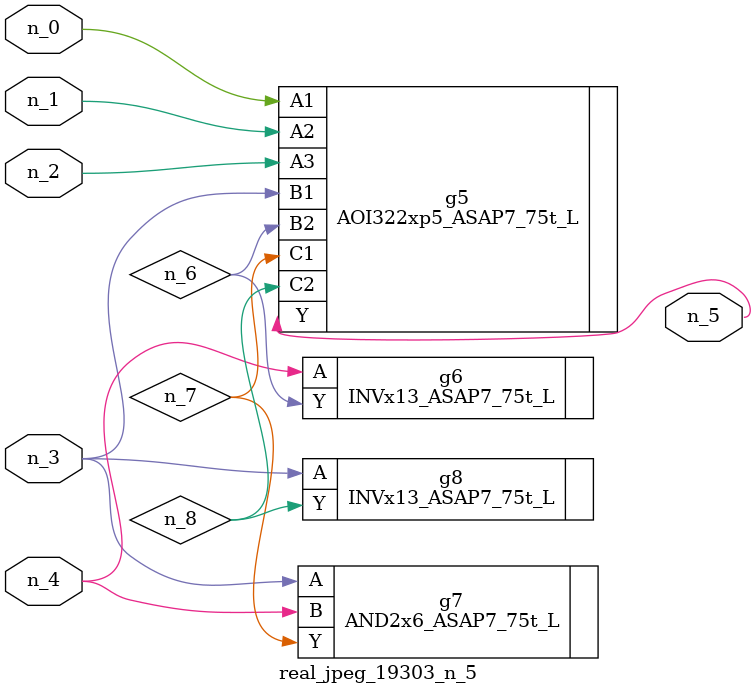
<source format=v>
module real_jpeg_19303_n_5 (n_4, n_0, n_1, n_2, n_3, n_5);

input n_4;
input n_0;
input n_1;
input n_2;
input n_3;

output n_5;

wire n_8;
wire n_6;
wire n_7;

AOI322xp5_ASAP7_75t_L g5 ( 
.A1(n_0),
.A2(n_1),
.A3(n_2),
.B1(n_3),
.B2(n_6),
.C1(n_7),
.C2(n_8),
.Y(n_5)
);

AND2x6_ASAP7_75t_L g7 ( 
.A(n_3),
.B(n_4),
.Y(n_7)
);

INVx13_ASAP7_75t_L g8 ( 
.A(n_3),
.Y(n_8)
);

INVx13_ASAP7_75t_L g6 ( 
.A(n_4),
.Y(n_6)
);


endmodule
</source>
